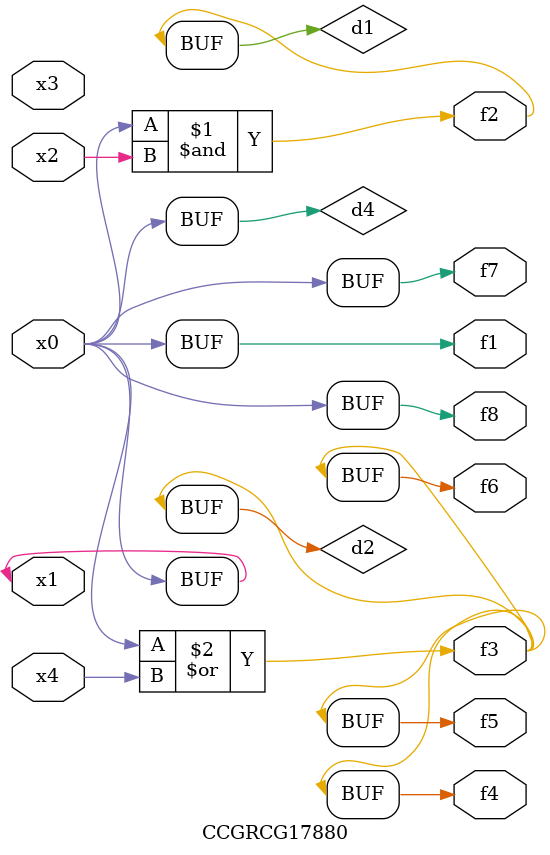
<source format=v>
module CCGRCG17880(
	input x0, x1, x2, x3, x4,
	output f1, f2, f3, f4, f5, f6, f7, f8
);

	wire d1, d2, d3, d4;

	and (d1, x0, x2);
	or (d2, x0, x4);
	nand (d3, x0, x2);
	buf (d4, x0, x1);
	assign f1 = d4;
	assign f2 = d1;
	assign f3 = d2;
	assign f4 = d2;
	assign f5 = d2;
	assign f6 = d2;
	assign f7 = d4;
	assign f8 = d4;
endmodule

</source>
